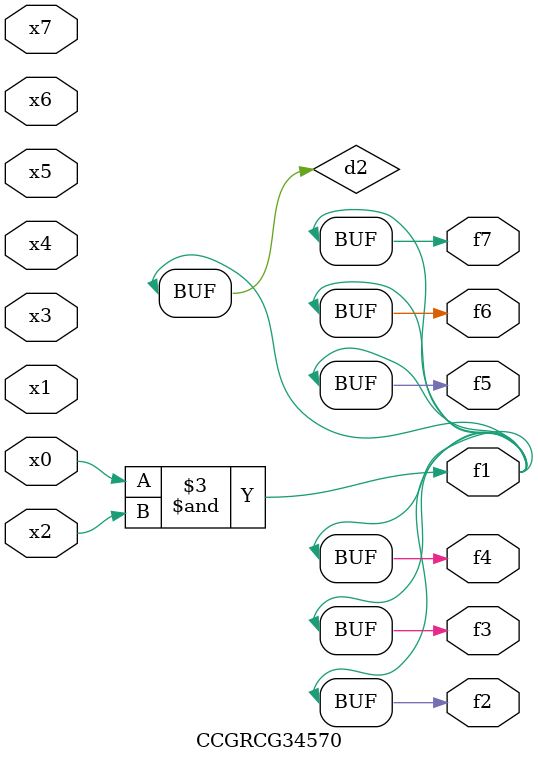
<source format=v>
module CCGRCG34570(
	input x0, x1, x2, x3, x4, x5, x6, x7,
	output f1, f2, f3, f4, f5, f6, f7
);

	wire d1, d2;

	nor (d1, x3, x6);
	and (d2, x0, x2);
	assign f1 = d2;
	assign f2 = d2;
	assign f3 = d2;
	assign f4 = d2;
	assign f5 = d2;
	assign f6 = d2;
	assign f7 = d2;
endmodule

</source>
